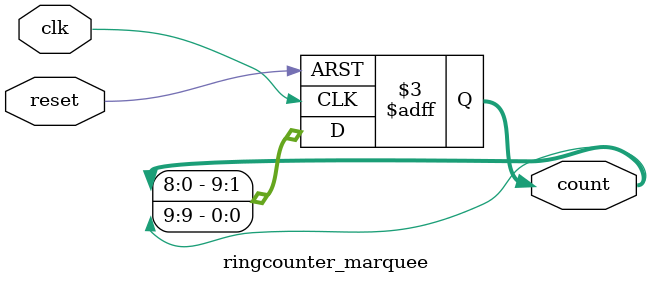
<source format=v>
`timescale 1ns / 1ps

`include "constant.v"
module ringcounter_marquee(
    output reg[9:0] count, 
    input clk, reset
);

always @(posedge clk, negedge reset) begin
    if (~reset) begin
        count <= 10'b0000000001;
    end
    else begin
        count[0] <= count[9];
        count[1] <= count[0];
        count[2] <= count[1];
        count[3] <= count[2];
        count[4] <= count[3];
        count[5] <= count[4];
        count[6] <= count[5];
        count[7] <= count[6];
        count[8] <= count[7];
        count[9] <= count[8];
    end
end
endmodule
</source>
